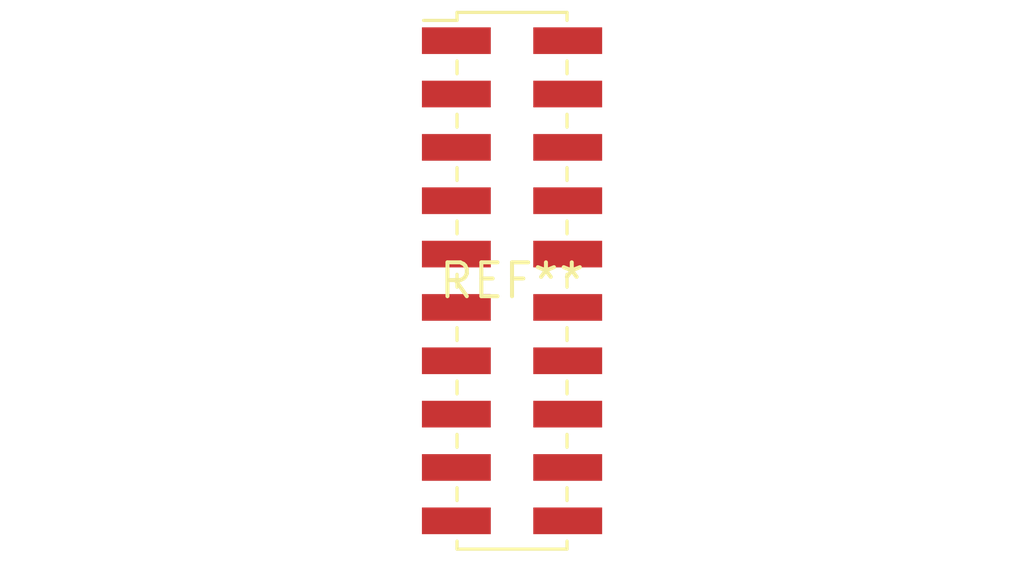
<source format=kicad_pcb>
(kicad_pcb (version 20240108) (generator pcbnew)
  (layers (0 "F.Cu" signal) (31 "B.Cu" signal) (34 "B.Paste" user) (35 "F.Paste" user) (36 "B.SilkS" user "B.Silkscreen") (37 "F.SilkS" user "F.Silkscreen") (38 "B.Mask" user) (39 "F.Mask" user) (44 "Edge.Cuts" user))
  (net 0 "")
  (footprint "PinHeader_2x10_P2.00mm_Vertical_SMD" (layer "F.Cu") (at 0 0)
    (property "Reference" "REF**")
    (property "Value" "PinHeader_2x10_P2.00mm_Vertical_SMD")
    (fp_line (start -3.315 -9.76) (end -2.06 -9.76) (layer "F.SilkS") (stroke (width 0.12)))
    (fp_line (start -2.06 -10.06) (end -2.06 -9.76) (layer "F.SilkS") (stroke (width 0.12)))
    (fp_line (start -2.06 -10.06) (end 2.06 -10.06) (layer "F.SilkS") (stroke (width 0.12)))
    (fp_line (start -2.06 -8.24) (end -2.06 -7.76) (layer "F.SilkS") (stroke (width 0.12)))
    (fp_line (start -2.06 -6.24) (end -2.06 -5.76) (layer "F.SilkS") (stroke (width 0.12)))
    (fp_line (start -2.06 -4.24) (end -2.06 -3.76) (layer "F.SilkS") (stroke (width 0.12)))
    (fp_line (start -2.06 -2.24) (end -2.06 -1.76) (layer "F.SilkS") (stroke (width 0.12)))
    (fp_line (start -2.06 -0.24) (end -2.06 0.24) (layer "F.SilkS") (stroke (width 0.12)))
    (fp_line (start -2.06 1.76) (end -2.06 2.24) (layer "F.SilkS") (stroke (width 0.12)))
    (fp_line (start -2.06 3.76) (end -2.06 4.24) (layer "F.SilkS") (stroke (width 0.12)))
    (fp_line (start -2.06 5.76) (end -2.06 6.24) (layer "F.SilkS") (stroke (width 0.12)))
    (fp_line (start -2.06 7.76) (end -2.06 8.24) (layer "F.SilkS") (stroke (width 0.12)))
    (fp_line (start -2.06 9.76) (end -2.06 10.06) (layer "F.SilkS") (stroke (width 0.12)))
    (fp_line (start -2.06 10.06) (end 2.06 10.06) (layer "F.SilkS") (stroke (width 0.12)))
    (fp_line (start 2.06 -10.06) (end 2.06 -9.76) (layer "F.SilkS") (stroke (width 0.12)))
    (fp_line (start 2.06 -8.24) (end 2.06 -7.76) (layer "F.SilkS") (stroke (width 0.12)))
    (fp_line (start 2.06 -6.24) (end 2.06 -5.76) (layer "F.SilkS") (stroke (width 0.12)))
    (fp_line (start 2.06 -4.24) (end 2.06 -3.76) (layer "F.SilkS") (stroke (width 0.12)))
    (fp_line (start 2.06 -2.24) (end 2.06 -1.76) (layer "F.SilkS") (stroke (width 0.12)))
    (fp_line (start 2.06 -0.24) (end 2.06 0.24) (layer "F.SilkS") (stroke (width 0.12)))
    (fp_line (start 2.06 1.76) (end 2.06 2.24) (layer "F.SilkS") (stroke (width 0.12)))
    (fp_line (start 2.06 3.76) (end 2.06 4.24) (layer "F.SilkS") (stroke (width 0.12)))
    (fp_line (start 2.06 5.76) (end 2.06 6.24) (layer "F.SilkS") (stroke (width 0.12)))
    (fp_line (start 2.06 7.76) (end 2.06 8.24) (layer "F.SilkS") (stroke (width 0.12)))
    (fp_line (start 2.06 9.76) (end 2.06 10.06) (layer "F.SilkS") (stroke (width 0.12)))
    (pad "1" smd rect (at -2.085 -9) (size 2.58 1) (layers "F.Cu" "F.Paste" "F.Mask"))
    (pad "2" smd rect (at 2.085 -9) (size 2.58 1) (layers "F.Cu" "F.Paste" "F.Mask"))
    (pad "3" smd rect (at -2.085 -7) (size 2.58 1) (layers "F.Cu" "F.Paste" "F.Mask"))
    (pad "4" smd rect (at 2.085 -7) (size 2.58 1) (layers "F.Cu" "F.Paste" "F.Mask"))
    (pad "5" smd rect (at -2.085 -5) (size 2.58 1) (layers "F.Cu" "F.Paste" "F.Mask"))
    (pad "6" smd rect (at 2.085 -5) (size 2.58 1) (layers "F.Cu" "F.Paste" "F.Mask"))
    (pad "7" smd rect (at -2.085 -3) (size 2.58 1) (layers "F.Cu" "F.Paste" "F.Mask"))
    (pad "8" smd rect (at 2.085 -3) (size 2.58 1) (layers "F.Cu" "F.Paste" "F.Mask"))
    (pad "9" smd rect (at -2.085 -1) (size 2.58 1) (layers "F.Cu" "F.Paste" "F.Mask"))
    (pad "10" smd rect (at 2.085 -1) (size 2.58 1) (layers "F.Cu" "F.Paste" "F.Mask"))
    (pad "11" smd rect (at -2.085 1) (size 2.58 1) (layers "F.Cu" "F.Paste" "F.Mask"))
    (pad "12" smd rect (at 2.085 1) (size 2.58 1) (layers "F.Cu" "F.Paste" "F.Mask"))
    (pad "13" smd rect (at -2.085 3) (size 2.58 1) (layers "F.Cu" "F.Paste" "F.Mask"))
    (pad "14" smd rect (at 2.085 3) (size 2.58 1) (layers "F.Cu" "F.Paste" "F.Mask"))
    (pad "15" smd rect (at -2.085 5) (size 2.58 1) (layers "F.Cu" "F.Paste" "F.Mask"))
    (pad "16" smd rect (at 2.085 5) (size 2.58 1) (layers "F.Cu" "F.Paste" "F.Mask"))
    (pad "17" smd rect (at -2.085 7) (size 2.58 1) (layers "F.Cu" "F.Paste" "F.Mask"))
    (pad "18" smd rect (at 2.085 7) (size 2.58 1) (layers "F.Cu" "F.Paste" "F.Mask"))
    (pad "19" smd rect (at -2.085 9) (size 2.58 1) (layers "F.Cu" "F.Paste" "F.Mask"))
    (pad "20" smd rect (at 2.085 9) (size 2.58 1) (layers "F.Cu" "F.Paste" "F.Mask"))
  )
)
</source>
